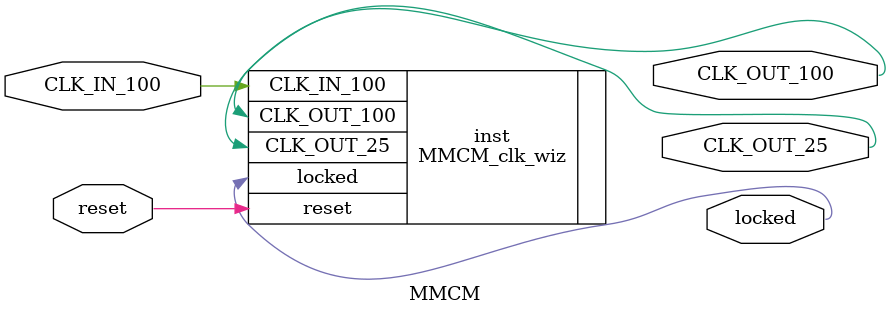
<source format=v>


`timescale 1ps/1ps

(* CORE_GENERATION_INFO = "MMCM,clk_wiz_v6_0_1_0_0,{component_name=MMCM,use_phase_alignment=true,use_min_o_jitter=false,use_max_i_jitter=false,use_dyn_phase_shift=false,use_inclk_switchover=false,use_dyn_reconfig=false,enable_axi=0,feedback_source=FDBK_AUTO,PRIMITIVE=MMCM,num_out_clk=2,clkin1_period=10.000,clkin2_period=10.000,use_power_down=false,use_reset=true,use_locked=true,use_inclk_stopped=false,feedback_type=SINGLE,CLOCK_MGR_TYPE=NA,manual_override=false}" *)

module MMCM 
 (
  // Clock out ports
  output        CLK_OUT_25,
  output        CLK_OUT_100,
  // Status and control signals
  input         reset,
  output        locked,
 // Clock in ports
  input         CLK_IN_100
 );

  MMCM_clk_wiz inst
  (
  // Clock out ports  
  .CLK_OUT_25(CLK_OUT_25),
  .CLK_OUT_100(CLK_OUT_100),
  // Status and control signals               
  .reset(reset), 
  .locked(locked),
 // Clock in ports
  .CLK_IN_100(CLK_IN_100)
  );

endmodule

</source>
